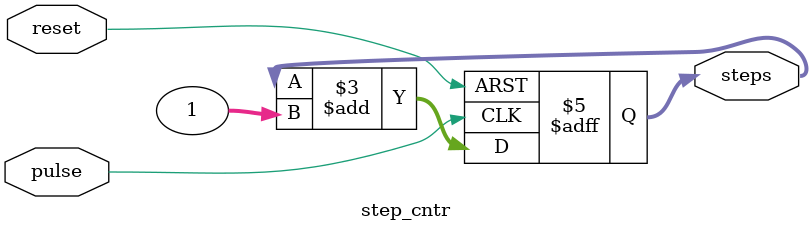
<source format=v>
`timescale 1ns / 1ps

module step_cntr(pulse,reset,steps
    );
    input pulse;
    input reset;
    output reg[31:0] steps;
    
    initial begin
        steps = 32'h00000000;
    end
    
    always @(posedge pulse or posedge reset) begin
        if (reset == 1'b1)
            steps <= 32'b0;
        else begin
            steps <= steps + 1;
        end
    end  
endmodule

</source>
